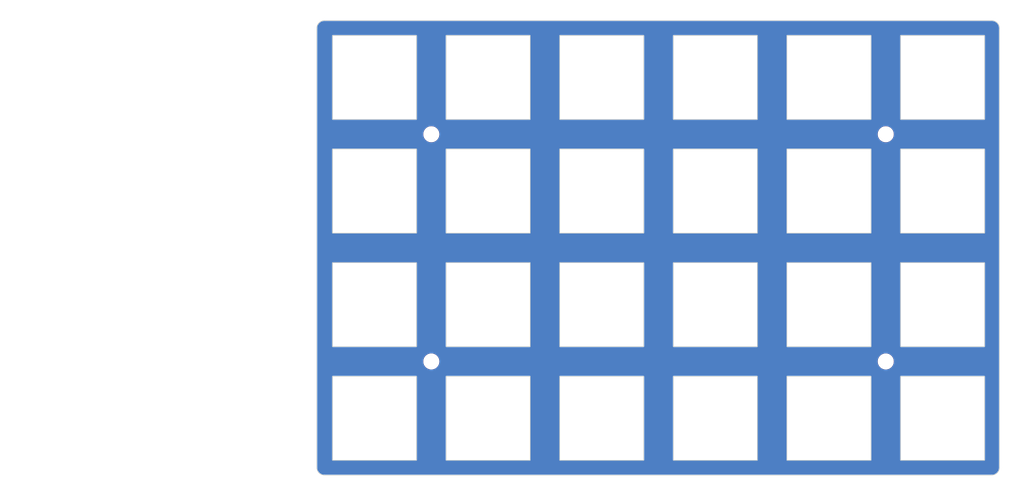
<source format=kicad_pcb>
(kicad_pcb (version 20221018) (generator pcbnew)
  (layers (0 "F.Cu" signal) (31 "B.Cu" signal) (34 "B.Paste" user) (35 "F.Paste" user) (36 "B.SilkS" user "B.Silkscreen") (37 "F.SilkS" user "F.Silkscreen") (38 "B.Mask" user) (39 "F.Mask" user) (44 "Edge.Cuts" user))
  (net 0 "")
  (footprint "MountingHole:MountingHole_2.2mm_M2" (layer "F.Cu") (at 183.375 86.15)
    (fp_text reference "H4" hide)
    (fp_text value "M2")
    (pad "" np_thru_hole circle locked (at 0 0) (size 2.2 2.2) (drill 2.2) (layers "*.Cu" "*.Mask"))
  )
  (footprint "MountingHole:MountingHole_2.2mm_M2" (layer "F.Cu") (at 107.175 48.05)
    (fp_text reference "H1" hide)
    (fp_text value "M2")
    (pad "" np_thru_hole circle locked (at 0 0) (size 2.2 2.2) (drill 2.2) (layers "*.Cu" "*.Mask"))
  )
  (footprint "MountingHole:MountingHole_2.2mm_M2" (layer "F.Cu") (at 107.175 86.15)
    (fp_text reference "H2" hide)
    (fp_text value "M2")
    (pad "" np_thru_hole circle locked (at 0 0) (size 2.2 2.2) (drill 2.2) (layers "*.Cu" "*.Mask"))
  )
  (footprint "MountingHole:MountingHole_2.2mm_M2" (layer "F.Cu") (at 183.375 48.05)
    (fp_text reference "H3" hide)
    (fp_text value "M2")
    (pad "" np_thru_hole circle locked (at 0 0) (size 2.2 2.2) (drill 2.2) (layers "*.Cu" "*.Mask"))
  )
  (gr_rect (start 147.75 69.575) (end 161.85 83.675) (stroke (width 0.12)) (fill none) (layer "Edge.Cuts"))
  (gr_rect (start 128.7 50.525) (end 142.8 64.625) (stroke (width 0.12)) (fill none) (layer "Edge.Cuts"))
  (gr_rect (start 147.75 88.625) (end 161.85 102.725) (stroke (width 0.12)) (fill none) (layer "Edge.Cuts"))
  (gr_rect (start 166.8 69.575) (end 180.9 83.675) (stroke (width 0.12)) (fill none) (layer "Edge.Cuts"))
  (gr_rect (start 166.8 50.525) (end 180.9 64.625) (stroke (width 0.12)) (fill none) (layer "Edge.Cuts"))
  (gr_rect (start 90.6 88.625) (end 104.7 102.725) (stroke (width 0.12)) (fill none) (layer "Edge.Cuts"))
  (gr_rect (start 185.85 88.625) (end 199.95 102.725) (stroke (width 0.12)) (fill none) (layer "Edge.Cuts"))
  (gr_rect (start 185.85 31.475) (end 199.95 45.575) (stroke (width 0.12)) (fill none) (layer "Edge.Cuts"))
  (gr_rect (start 128.7 31.475) (end 142.8 45.575) (stroke (width 0.12)) (fill none) (layer "Edge.Cuts"))
  (gr_rect (start 128.7 88.625) (end 142.8 102.725) (stroke (width 0.12)) (fill none) (layer "Edge.Cuts"))
  (gr_rect (start 147.75 31.475) (end 161.85 45.575) (stroke (width 0.12)) (fill none) (layer "Edge.Cuts"))
  (gr_rect (start 166.8 31.475) (end 180.9 45.575) (stroke (width 0.12)) (fill none) (layer "Edge.Cuts"))
  (gr_rect (start 109.65 31.475) (end 123.75 45.575) (stroke (width 0.12)) (fill none) (layer "Edge.Cuts"))
  (gr_rect (start 90.6 69.575) (end 104.7 83.675) (stroke (width 0.12)) (fill none) (layer "Edge.Cuts"))
  (gr_line locked (start 201.155 29) (end 89.245 29) (stroke (width 0.12)) (layer "Edge.Cuts"))
  (gr_arc locked (start 89.245 105.2) (mid 88.346974 104.828026) (end 87.975 103.93) (stroke (width 0.12)) (layer "Edge.Cuts"))
  (gr_rect (start 147.75 50.525) (end 161.85 64.625) (stroke (width 0.12)) (fill none) (layer "Edge.Cuts"))
  (gr_rect (start 185.85 50.525) (end 199.95 64.625) (stroke (width 0.12)) (fill none) (layer "Edge.Cuts"))
  (gr_rect (start 128.7 69.575) (end 142.8 83.675) (stroke (width 0.12)) (fill none) (layer "Edge.Cuts"))
  (gr_rect (start 90.6 31.475) (end 104.7 45.575) (stroke (width 0.12)) (fill none) (layer "Edge.Cuts"))
  (gr_arc locked (start 87.975 30.27) (mid 88.346974 29.371974) (end 89.245 29) (stroke (width 0.12)) (layer "Edge.Cuts"))
  (gr_line locked (start 202.425 103.93) (end 202.425 30.27) (stroke (width 0.12)) (layer "Edge.Cuts"))
  (gr_line locked (start 201.155 105.2) (end 89.245 105.2) (stroke (width 0.12)) (layer "Edge.Cuts"))
  (gr_line locked (start 87.975 30.27) (end 87.975 103.93) (stroke (width 0.12)) (layer "Edge.Cuts"))
  (gr_arc locked (start 202.425 103.93) (mid 202.053026 104.828026) (end 201.155 105.2) (stroke (width 0.12)) (layer "Edge.Cuts"))
  (gr_rect (start 109.65 50.525) (end 123.75 64.625) (stroke (width 0.12)) (fill none) (layer "Edge.Cuts"))
  (gr_rect (start 166.8 88.625) (end 180.9 102.725) (stroke (width 0.12)) (fill none) (layer "Edge.Cuts"))
  (gr_arc locked (start 201.155 29) (mid 202.053026 29.371974) (end 202.425 30.27) (stroke (width 0.12)) (layer "Edge.Cuts"))
  (gr_rect (start 185.85 69.575) (end 199.95 83.675) (stroke (width 0.12)) (fill none) (layer "Edge.Cuts"))
  (gr_rect (start 109.65 69.575) (end 123.75 83.675) (stroke (width 0.12)) (fill none) (layer "Edge.Cuts"))
  (gr_rect (start 90.6 50.525) (end 104.7 64.625) (stroke (width 0.12)) (fill none) (layer "Edge.Cuts"))
  (gr_rect (start 109.65 88.625) (end 123.75 102.725) (stroke (width 0.12)) (fill none) (layer "Edge.Cuts"))
  (zone (net 0) (net_name "") (layers "F&B.Cu") (connect_pads (clearance 0.5)) (min_thickness 0.25) (fill yes (thermal_gap 0.5) (thermal_bridge_width 0.5))
    (polygon (pts (xy 34.85 25.54) (xy 34.85 108.17) (xy 206.22 108.4) (xy 206.56 25.66)))
  )
)
</source>
